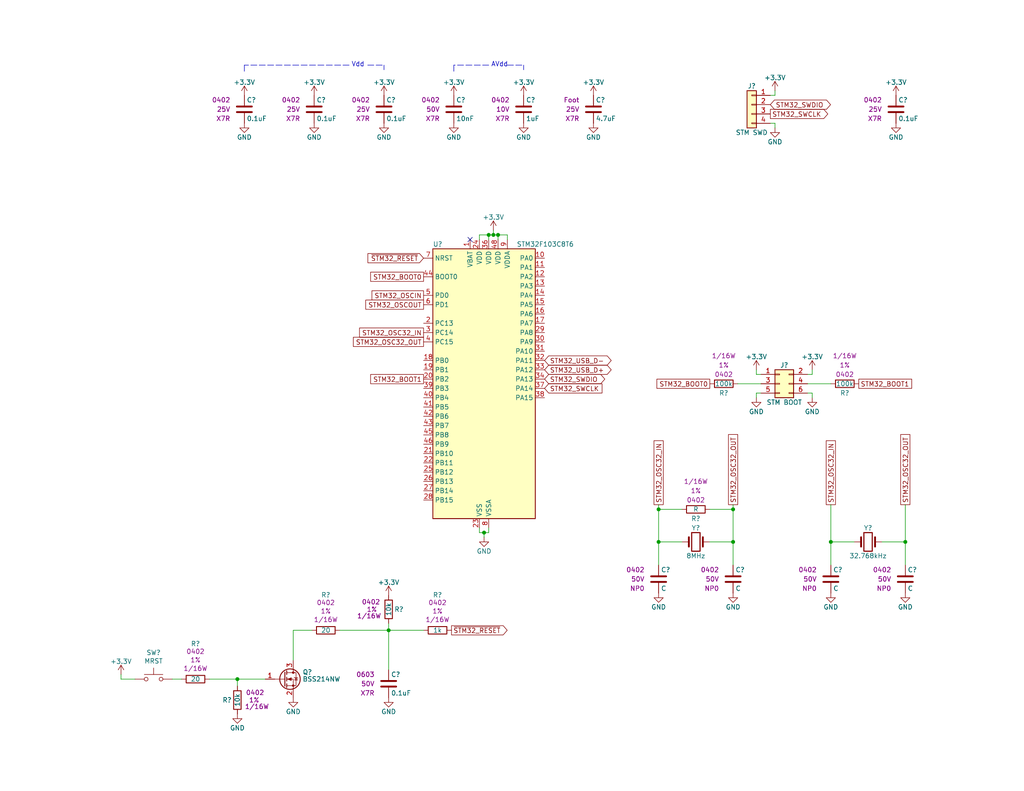
<source format=kicad_sch>
(kicad_sch (version 20230121) (generator eeschema)
  (paper "A")
  (title_block (title "USB MPD") (date "2024-02-06") (rev "PRELIM") (company "Drew Maatman"))
  (lib_symbols
    (symbol "Connector_Generic:Conn_01x04" (pin_names (offset 1.016) hide)
      (property "Reference" "J" (at 0 5.08 0))
      (property "Value" "Conn_01x04" (at 0 -7.62 0))
      (symbol "Conn_01x04_1_1"
        (rectangle (start -1.27 -4.953) (end 0 -5.207) (stroke (width 0.1524)))
        (rectangle (start -1.27 -2.413) (end 0 -2.667) (stroke (width 0.1524)))
        (rectangle (start -1.27 0.127) (end 0 -0.127) (stroke (width 0.1524)))
        (rectangle (start -1.27 2.667) (end 0 2.413) (stroke (width 0.1524)))
        (rectangle (start -1.27 3.81) (end 1.27 -6.35) (stroke (width 0.254)) (fill (type background)))
        (pin passive line (at -5.08 2.54 0) (length 3.81) (name "Pin_1") (number "1"))
        (pin passive line (at -5.08 0 0) (length 3.81) (name "Pin_2") (number "2"))
        (pin passive line (at -5.08 -2.54 0) (length 3.81) (name "Pin_3") (number "3"))
        (pin passive line (at -5.08 -5.08 0) (length 3.81) (name "Pin_4") (number "4"))
      )
    )
    (symbol "Connector_Generic:Conn_02x03_Odd_Even" (pin_names (offset 1.016) hide)
      (property "Reference" "J" (at 1.27 5.08 0))
      (property "Value" "Conn_02x03_Odd_Even" (at 1.27 -5.08 0))
      (symbol "Conn_02x03_Odd_Even_1_1"
        (rectangle (start -1.27 -2.413) (end 0 -2.667) (stroke (width 0.1524)))
        (rectangle (start -1.27 0.127) (end 0 -0.127) (stroke (width 0.1524)))
        (rectangle (start -1.27 2.667) (end 0 2.413) (stroke (width 0.1524)))
        (rectangle (start -1.27 3.81) (end 3.81 -3.81) (stroke (width 0.254)) (fill (type background)))
        (rectangle (start 3.81 -2.413) (end 2.54 -2.667) (stroke (width 0.1524)))
        (rectangle (start 3.81 0.127) (end 2.54 -0.127) (stroke (width 0.1524)))
        (rectangle (start 3.81 2.667) (end 2.54 2.413) (stroke (width 0.1524)))
        (pin passive line (at -5.08 2.54 0) (length 3.81) (name "Pin_1") (number "1"))
        (pin passive line (at 7.62 2.54 180) (length 3.81) (name "Pin_2") (number "2"))
        (pin passive line (at -5.08 0 0) (length 3.81) (name "Pin_3") (number "3"))
        (pin passive line (at 7.62 0 180) (length 3.81) (name "Pin_4") (number "4"))
        (pin passive line (at -5.08 -2.54 0) (length 3.81) (name "Pin_5") (number "5"))
        (pin passive line (at 7.62 -2.54 180) (length 3.81) (name "Pin_6") (number "6"))
      )
    )
    (symbol "Custom Library:C_Custom" (pin_numbers hide) (pin_names (offset 0.254))
      (property "Reference" "C" (at 0.635 2.54 0))
      (property "Value" "C_Custom" (at 0.635 -2.54 0))
      (property "display_footprint" "Foot" (at -3.81 2.54 0))
      (property "Voltage" "V" (at -3.81 0 0))
      (property "Dielectric" "Er" (at -3.81 -2.54 0))
      (symbol "C_Custom_0_1"
        (polyline (pts (xy -2.032 -0.762) (xy 2.032 -0.762)) (stroke (width 0.508)))
        (polyline (pts (xy -2.032 0.762) (xy 2.032 0.762)) (stroke (width 0.508)))
      )
      (symbol "C_Custom_1_1"
        (pin passive line (at 0 3.81 270) (length 2.794) (name "~") (number "1"))
        (pin passive line (at 0 -3.81 90) (length 2.794) (name "~") (number "2"))
      )
    )
    (symbol "Custom Library:R_Custom" (pin_numbers hide) (pin_names (offset 1.016) hide)
      (property "Reference" "R" (at -2.54 0 90))
      (property "Value" "R_Custom" (at 0 0 90))
      (property "display_footprint" "Foot" (at 2.54 0 90))
      (property "Tolerance" "Tol" (at 5.08 0 90))
      (property "Wattage" "W" (at 7.62 0 90))
      (symbol "R_Custom_0_1"
        (rectangle (start 1.016 2.54) (end -1.016 -2.54) (stroke (width 0.254)))
      )
      (symbol "R_Custom_1_1"
        (pin passive line (at 0 3.81 270) (length 1.27) (name "1") (number "1"))
        (pin passive line (at 0 -3.81 90) (length 1.27) (name "2") (number "2"))
      )
    )
    (symbol "Custom_Library:C_Custom" (pin_numbers hide) (pin_names (offset 0.254))
      (property "Reference" "C" (at 0.635 2.54 0))
      (property "Value" "Custom_Library_C_Custom" (at 0.635 -2.54 0))
      (property "display_footprint" "Foot" (at -3.81 2.54 0))
      (property "Voltage" "V" (at -3.81 0 0))
      (property "Dielectric" "Er" (at -3.81 -2.54 0))
      (symbol "C_Custom_0_1"
        (polyline (pts (xy -2.032 -0.762) (xy 2.032 -0.762)) (stroke (width 0.508)))
        (polyline (pts (xy -2.032 0.762) (xy 2.032 0.762)) (stroke (width 0.508)))
      )
      (symbol "C_Custom_1_1"
        (pin passive line (at 0 3.81 270) (length 2.794) (name "~") (number "1"))
        (pin passive line (at 0 -3.81 90) (length 2.794) (name "~") (number "2"))
      )
    )
    (symbol "Custom_Library:R_Custom" (pin_numbers hide) (pin_names (offset 1.016) hide)
      (property "Reference" "R" (at -2.54 0 90))
      (property "Value" "Custom_Library_R_Custom" (at 0 0 90))
      (property "display_footprint" "Foot" (at 2.54 0 90))
      (property "Tolerance" "Tol" (at 5.08 0 90))
      (property "Wattage" "W" (at 7.62 0 90))
      (symbol "R_Custom_0_1"
        (rectangle (start 1.016 2.54) (end -1.016 -2.54) (stroke (width 0.254)))
      )
      (symbol "R_Custom_1_1"
        (pin passive line (at 0 3.81 270) (length 1.27) (name "1") (number "1"))
        (pin passive line (at 0 -3.81 90) (length 1.27) (name "2") (number "2"))
      )
    )
    (symbol "Device:Crystal" (pin_numbers hide) (pin_names (offset 1.016) hide)
      (property "Reference" "Y" (at 0 3.81 0))
      (property "Value" "Crystal" (at 0 -3.81 0))
      (symbol "Crystal_0_1"
        (rectangle (start -1.143 2.54) (end 1.143 -2.54) (stroke (width 0.3048)))
        (polyline (pts (xy -2.54 0) (xy -1.905 0)))
        (polyline (pts (xy -1.905 -1.27) (xy -1.905 1.27)) (stroke (width 0.508)))
        (polyline (pts (xy 1.905 -1.27) (xy 1.905 1.27)) (stroke (width 0.508)))
        (polyline (pts (xy 2.54 0) (xy 1.905 0)))
      )
      (symbol "Crystal_1_1"
        (pin passive line (at -3.81 0 0) (length 1.27) (name "1") (number "1"))
        (pin passive line (at 3.81 0 180) (length 1.27) (name "2") (number "2"))
      )
    )
    (symbol "MCU_ST_STM32F1:STM32F103C8Tx"
      (property "Reference" "U" (at -12.7 39.37 0))
      (property "Value" "STM32F103C8Tx" (at 10.16 39.37 0))
      (symbol "STM32F103C8Tx_0_1"
        (rectangle (start -12.7 -35.56) (end 15.24 38.1) (stroke (width 0.254)) (fill (type background)))
      )
      (symbol "STM32F103C8Tx_1_1"
        (pin power_in line (at -2.54 40.64 270) (length 2.54) (name "VBAT") (number "1"))
        (pin bidirectional line (at 17.78 35.56 180) (length 2.54) (name "PA0") (number "10"))
        (pin bidirectional line (at 17.78 33.02 180) (length 2.54) (name "PA1") (number "11"))
        (pin bidirectional line (at 17.78 30.48 180) (length 2.54) (name "PA2") (number "12"))
        (pin bidirectional line (at 17.78 27.94 180) (length 2.54) (name "PA3") (number "13"))
        (pin bidirectional line (at 17.78 25.4 180) (length 2.54) (name "PA4") (number "14"))
        (pin bidirectional line (at 17.78 22.86 180) (length 2.54) (name "PA5") (number "15"))
        (pin bidirectional line (at 17.78 20.32 180) (length 2.54) (name "PA6") (number "16"))
        (pin bidirectional line (at 17.78 17.78 180) (length 2.54) (name "PA7") (number "17"))
        (pin bidirectional line (at -15.24 7.62 0) (length 2.54) (name "PB0") (number "18"))
        (pin bidirectional line (at -15.24 5.08 0) (length 2.54) (name "PB1") (number "19"))
        (pin bidirectional line (at -15.24 17.78 0) (length 2.54) (name "PC13") (number "2"))
        (pin bidirectional line (at -15.24 2.54 0) (length 2.54) (name "PB2") (number "20"))
        (pin bidirectional line (at -15.24 -17.78 0) (length 2.54) (name "PB10") (number "21"))
        (pin bidirectional line (at -15.24 -20.32 0) (length 2.54) (name "PB11") (number "22"))
        (pin power_in line (at 0 -38.1 90) (length 2.54) (name "VSS") (number "23"))
        (pin power_in line (at 0 40.64 270) (length 2.54) (name "VDD") (number "24"))
        (pin bidirectional line (at -15.24 -22.86 0) (length 2.54) (name "PB12") (number "25"))
        (pin bidirectional line (at -15.24 -25.4 0) (length 2.54) (name "PB13") (number "26"))
        (pin bidirectional line (at -15.24 -27.94 0) (length 2.54) (name "PB14") (number "27"))
        (pin bidirectional line (at -15.24 -30.48 0) (length 2.54) (name "PB15") (number "28"))
        (pin bidirectional line (at 17.78 15.24 180) (length 2.54) (name "PA8") (number "29"))
        (pin bidirectional line (at -15.24 15.24 0) (length 2.54) (name "PC14") (number "3"))
        (pin bidirectional line (at 17.78 12.7 180) (length 2.54) (name "PA9") (number "30"))
        (pin bidirectional line (at 17.78 10.16 180) (length 2.54) (name "PA10") (number "31"))
        (pin bidirectional line (at 17.78 7.62 180) (length 2.54) (name "PA11") (number "32"))
        (pin bidirectional line (at 17.78 5.08 180) (length 2.54) (name "PA12") (number "33"))
        (pin bidirectional line (at 17.78 2.54 180) (length 2.54) (name "PA13") (number "34"))
        (pin passive line (at 0 -38.1 90) (length 2.54) hide (name "VSS") (number "35"))
        (pin power_in line (at 2.54 40.64 270) (length 2.54) (name "VDD") (number "36"))
        (pin bidirectional line (at 17.78 0 180) (length 2.54) (name "PA14") (number "37"))
        (pin bidirectional line (at 17.78 -2.54 180) (length 2.54) (name "PA15") (number "38"))
        (pin bidirectional line (at -15.24 0 0) (length 2.54) (name "PB3") (number "39"))
        (pin bidirectional line (at -15.24 12.7 0) (length 2.54) (name "PC15") (number "4"))
        (pin bidirectional line (at -15.24 -2.54 0) (length 2.54) (name "PB4") (number "40"))
        (pin bidirectional line (at -15.24 -5.08 0) (length 2.54) (name "PB5") (number "41"))
        (pin bidirectional line (at -15.24 -7.62 0) (length 2.54) (name "PB6") (number "42"))
        (pin bidirectional line (at -15.24 -10.16 0) (length 2.54) (name "PB7") (number "43"))
        (pin input line (at -15.24 30.48 0) (length 2.54) (name "BOOT0") (number "44"))
        (pin bidirectional line (at -15.24 -12.7 0) (length 2.54) (name "PB8") (number "45"))
        (pin bidirectional line (at -15.24 -15.24 0) (length 2.54) (name "PB9") (number "46"))
        (pin passive line (at 0 -38.1 90) (length 2.54) hide (name "VSS") (number "47"))
        (pin power_in line (at 5.08 40.64 270) (length 2.54) (name "VDD") (number "48"))
        (pin bidirectional line (at -15.24 25.4 0) (length 2.54) (name "PD0") (number "5"))
        (pin bidirectional line (at -15.24 22.86 0) (length 2.54) (name "PD1") (number "6"))
        (pin input line (at -15.24 35.56 0) (length 2.54) (name "NRST") (number "7"))
        (pin power_in line (at 2.54 -38.1 90) (length 2.54) (name "VSSA") (number "8"))
        (pin power_in line (at 7.62 40.64 270) (length 2.54) (name "VDDA") (number "9"))
      )
    )
    (symbol "Switch:SW_Push" (pin_numbers hide) (pin_names (offset 1.016) hide)
      (property "Reference" "SW" (at 1.27 2.54 0))
      (property "Value" "SW_Push" (at 0 -1.524 0))
      (symbol "SW_Push_0_1"
        (circle (center -2.032 0) (radius 0.508))
        (polyline (pts (xy 0 1.27) (xy 0 3.048)))
        (polyline (pts (xy 2.54 1.27) (xy -2.54 1.27)))
        (circle (center 2.032 0) (radius 0.508))
        (pin passive line (at -5.08 0 0) (length 2.54) (name "1") (number "1"))
        (pin passive line (at 5.08 0 180) (length 2.54) (name "2") (number "2"))
      )
    )
    (symbol "Transistor_FET:BSS214NW" (pin_names hide)
      (property "Reference" "Q" (at 5.08 1.905 0))
      (property "Value" "BSS214NW" (at 5.08 0 0))
      (symbol "BSS214NW_0_1"
        (polyline (pts (xy 0.254 0) (xy -2.54 0)))
        (polyline (pts (xy 0.254 1.905) (xy 0.254 -1.905)) (stroke (width 0.254)))
        (polyline (pts (xy 0.762 -1.27) (xy 0.762 -2.286)) (stroke (width 0.254)))
        (polyline (pts (xy 0.762 0.508) (xy 0.762 -0.508)) (stroke (width 0.254)))
        (polyline (pts (xy 0.762 2.286) (xy 0.762 1.27)) (stroke (width 0.254)))
        (polyline (pts (xy 2.54 2.54) (xy 2.54 1.778)))
        (polyline (pts (xy 2.54 -2.54) (xy 2.54 0) (xy 0.762 0)))
        (polyline (pts (xy 0.762 -1.778) (xy 3.302 -1.778) (xy 3.302 1.778) (xy 0.762 1.778)))
        (polyline (pts (xy 1.016 0) (xy 2.032 0.381) (xy 2.032 -0.381) (xy 1.016 0)) (fill (type outline)))
        (polyline (pts (xy 2.794 0.508) (xy 2.921 0.381) (xy 3.683 0.381) (xy 3.81 0.254)))
        (polyline (pts (xy 3.302 0.381) (xy 2.921 -0.254) (xy 3.683 -0.254) (xy 3.302 0.381)))
        (circle (center 1.651 0) (radius 2.794) (stroke (width 0.254)))
        (circle (center 2.54 -1.778) (radius 0.254) (fill (type outline)))
        (circle (center 2.54 1.778) (radius 0.254) (fill (type outline)))
      )
      (symbol "BSS214NW_1_1"
        (pin input line (at -5.08 0 0) (length 2.54) (name "G") (number "1"))
        (pin passive line (at 2.54 -5.08 90) (length 2.54) (name "S") (number "2"))
        (pin passive line (at 2.54 5.08 270) (length 2.54) (name "D") (number "3"))
      )
    )
    (symbol "power:+3.3V" (power) (pin_names (offset 0))
      (property "Value" "+3.3V" (at 0 3.556 0))
      (symbol "+3.3V_0_1"
        (polyline (pts (xy -0.762 1.27) (xy 0 2.54)))
        (polyline (pts (xy 0 0) (xy 0 2.54)))
        (polyline (pts (xy 0 2.54) (xy 0.762 1.27)))
      )
      (symbol "+3.3V_1_1"
        (pin power_in line (at 0 0 90) (length 0) hide (name "+3.3V") (number "1"))
      )
    )
    (symbol "power:GND" (power) (pin_names (offset 0))
      (property "Value" "GND" (at 0 -3.81 0))
      (symbol "GND_0_1"
        (polyline (pts (xy 0 0) (xy 0 -1.27) (xy 1.27 -1.27) (xy 0 -2.54) (xy -1.27 -1.27) (xy 0 -1.27)))
      )
      (symbol "GND_1_1"
        (pin power_in line (at 0 0 270) (length 0) hide (name "GND") (number "1"))
      )
    )
  )
  (junction (at 179.705 139.065))
  (junction (at 247.015 147.955))
  (junction (at 135.89 64.135))
  (junction (at 134.62 64.135))
  (junction (at 179.705 147.955))
  (junction (at 200.025 139.065))
  (junction (at 200.025 147.955))
  (junction (at 226.695 147.955))
  (junction (at 133.35 64.135))
  (junction (at 106.045 172.085))
  (junction (at 64.77 185.42))
  (junction (at 132.08 145.415))
  (no_connect (at 128.27 65.405))
  (wire (pts (xy 132.08 145.415) (xy 133.35 145.415)))
  (wire (pts (xy 135.89 64.135) (xy 138.43 64.135)))
  (wire (pts (xy 221.615 107.315) (xy 220.345 107.315)))
  (wire (pts (xy 92.71 172.085) (xy 106.045 172.085)))
  (polyline (pts (xy 66.675 17.78) (xy 66.675 19.685)) (stroke (width 0) (type dash)))
  (wire (pts (xy 206.375 102.235) (xy 207.645 102.235)))
  (wire (pts (xy 200.025 139.065) (xy 200.025 147.955)))
  (wire (pts (xy 80.01 180.34) (xy 80.01 172.085)))
  (wire (pts (xy 133.35 64.135) (xy 133.35 65.405)))
  (wire (pts (xy 179.705 147.955) (xy 179.705 154.305)))
  (wire (pts (xy 130.81 64.135) (xy 130.81 65.405)))
  (wire (pts (xy 221.615 102.235) (xy 220.345 102.235)))
  (wire (pts (xy 134.62 64.135) (xy 133.35 64.135)))
  (wire (pts (xy 179.705 139.065) (xy 179.705 147.955)))
  (wire (pts (xy 221.615 100.965) (xy 221.615 102.235)))
  (wire (pts (xy 221.615 108.585) (xy 221.615 107.315)))
  (wire (pts (xy 135.89 64.135) (xy 135.89 65.405)))
  (wire (pts (xy 247.015 147.955) (xy 240.665 147.955)))
  (wire (pts (xy 200.025 137.795) (xy 200.025 139.065)))
  (wire (pts (xy 134.62 64.135) (xy 135.89 64.135)))
  (wire (pts (xy 33.02 184.15) (xy 33.02 185.42)))
  (wire (pts (xy 211.455 26.035) (xy 210.185 26.035)))
  (wire (pts (xy 206.375 100.965) (xy 206.375 102.235)))
  (wire (pts (xy 80.01 172.085) (xy 85.09 172.085)))
  (polyline (pts (xy 142.875 17.78) (xy 142.875 19.05)) (stroke (width 0) (type dash)))
  (wire (pts (xy 211.455 24.765) (xy 211.455 26.035)))
  (wire (pts (xy 200.025 147.955) (xy 193.675 147.955)))
  (wire (pts (xy 72.39 185.42) (xy 64.77 185.42)))
  (polyline (pts (xy 104.775 17.78) (xy 104.775 19.05)) (stroke (width 0) (type dash)))
  (wire (pts (xy 115.57 172.085) (xy 106.045 172.085)))
  (wire (pts (xy 106.045 182.88) (xy 106.045 172.085)))
  (wire (pts (xy 201.295 104.775) (xy 207.645 104.775)))
  (wire (pts (xy 211.455 33.655) (xy 210.185 33.655)))
  (wire (pts (xy 226.695 137.795) (xy 226.695 147.955)))
  (wire (pts (xy 226.695 104.775) (xy 220.345 104.775)))
  (wire (pts (xy 211.455 34.925) (xy 211.455 33.655)))
  (polyline (pts (xy 123.825 17.78) (xy 123.825 19.685)) (stroke (width 0) (type dash)))
  (wire (pts (xy 133.35 145.415) (xy 133.35 144.145)))
  (wire (pts (xy 247.015 137.795) (xy 247.015 147.955)))
  (polyline (pts (xy 138.43 17.78) (xy 142.875 17.78)) (stroke (width 0) (type dash)))
  (wire (pts (xy 33.02 185.42) (xy 36.83 185.42)))
  (wire (pts (xy 64.77 185.42) (xy 57.15 185.42)))
  (wire (pts (xy 193.675 139.065) (xy 200.025 139.065)))
  (wire (pts (xy 132.08 145.415) (xy 130.81 145.415)))
  (wire (pts (xy 186.055 139.065) (xy 179.705 139.065)))
  (wire (pts (xy 138.43 64.135) (xy 138.43 65.405)))
  (wire (pts (xy 179.705 137.795) (xy 179.705 139.065)))
  (polyline (pts (xy 100.33 17.78) (xy 104.775 17.78)) (stroke (width 0) (type dash)))
  (wire (pts (xy 186.055 147.955) (xy 179.705 147.955)))
  (wire (pts (xy 247.015 147.955) (xy 247.015 154.305)))
  (wire (pts (xy 133.35 64.135) (xy 130.81 64.135)))
  (polyline (pts (xy 95.25 17.78) (xy 66.675 17.78)) (stroke (width 0) (type dash)))
  (wire (pts (xy 206.375 107.315) (xy 206.375 108.585)))
  (wire (pts (xy 132.08 146.685) (xy 132.08 145.415)))
  (wire (pts (xy 200.025 147.955) (xy 200.025 154.305)))
  (wire (pts (xy 233.045 147.955) (xy 226.695 147.955)))
  (polyline (pts (xy 133.35 17.78) (xy 123.825 17.78)) (stroke (width 0) (type dash)))
  (wire (pts (xy 106.045 170.18) (xy 106.045 172.085)))
  (wire (pts (xy 134.62 62.865) (xy 134.62 64.135)))
  (wire (pts (xy 207.645 107.315) (xy 206.375 107.315)))
  (wire (pts (xy 226.695 147.955) (xy 226.695 154.305)))
  (wire (pts (xy 130.81 144.145) (xy 130.81 145.415)))
  (wire (pts (xy 49.53 185.42) (xy 46.99 185.42)))
  (wire (pts (xy 64.77 187.325) (xy 64.77 185.42)))
  (text "AVdd" (at 133.985 18.415 0) (effects (font (size 1.27 1.27)) (justify left bottom)))
  (text "Vdd" (at 95.885 18.415 0) (effects (font (size 1.27 1.27)) (justify left bottom)))
  (global_label "STM32_OSCIN" (shape passive) (at 115.57 80.645 180) (property "Intersheetrefs" "${INTERSHEET_REFS}" (effects hide)))
  (global_label "STM32_OSCOUT" (shape passive) (at 115.57 83.185 180) (property "Intersheetrefs" "${INTERSHEET_REFS}" (effects hide)))
  (global_label "STM32_OSC32_IN" (shape passive) (at 179.705 137.795 90) (property "Intersheetrefs" "${INTERSHEET_REFS}" (effects hide)))
  (global_label "STM32_SWCLK" (shape input) (at 148.59 106.045 0) (property "Intersheetrefs" "${INTERSHEET_REFS}" (effects hide)))
  (global_label "STM32_USB_D-" (shape bidirectional) (at 148.59 98.425 0) (property "Intersheetrefs" "${INTERSHEET_REFS}" (effects hide)))
  (global_label "STM32_BOOT1" (shape passive) (at 234.315 104.775 0) (property "Intersheetrefs" "${INTERSHEET_REFS}" (effects hide)))
  (global_label "STM32_OSC32_OUT" (shape passive) (at 200.025 137.795 90) (property "Intersheetrefs" "${INTERSHEET_REFS}" (effects hide)))
  (global_label "STM32_SWCLK" (shape output) (at 210.185 31.115 0) (property "Intersheetrefs" "${INTERSHEET_REFS}" (effects hide)))
  (global_label "STM32_BOOT0" (shape passive) (at 115.57 75.565 180) (property "Intersheetrefs" "${INTERSHEET_REFS}" (effects hide)))
  (global_label "STM32_OSC32_IN" (shape passive) (at 226.695 137.795 90) (property "Intersheetrefs" "${INTERSHEET_REFS}" (effects hide)))
  (global_label "~{STM32_RESET}" (shape input) (at 115.57 70.485 180) (property "Intersheetrefs" "${INTERSHEET_REFS}" (effects hide)))
  (global_label "STM32_BOOT1" (shape passive) (at 115.57 103.505 180) (property "Intersheetrefs" "${INTERSHEET_REFS}" (effects hide)))
  (global_label "STM32_SWDIO" (shape bidirectional) (at 210.185 28.575 0) (property "Intersheetrefs" "${INTERSHEET_REFS}" (effects hide)))
  (global_label "STM32_OSC32_OUT" (shape passive) (at 247.015 137.795 90) (property "Intersheetrefs" "${INTERSHEET_REFS}" (effects hide)))
  (global_label "STM32_BOOT0" (shape passive) (at 193.675 104.775 180) (property "Intersheetrefs" "${INTERSHEET_REFS}" (effects hide)))
  (global_label "STM32_USB_D+" (shape bidirectional) (at 148.59 100.965 0) (property "Intersheetrefs" "${INTERSHEET_REFS}" (effects hide)))
  (global_label "STM32_OSC32_IN" (shape passive) (at 115.57 90.805 180) (property "Intersheetrefs" "${INTERSHEET_REFS}" (effects hide)))
  (global_label "STM32_SWDIO" (shape bidirectional) (at 148.59 103.505 0) (property "Intersheetrefs" "${INTERSHEET_REFS}" (effects hide)))
  (global_label "STM32_OSC32_OUT" (shape passive) (at 115.57 93.345 180) (property "Intersheetrefs" "${INTERSHEET_REFS}" (effects hide)))
  (global_label "~{STM32_RESET}" (shape output) (at 123.19 172.085 0) (property "Intersheetrefs" "${INTERSHEET_REFS}" (effects hide)))
  (symbol (lib_id "Custom_Library:R_Custom") (at 64.77 191.135 0) (unit 1)
    (property "Reference" "R?" (at 63.246 191.135 0) (effects (justify right)))
    (property "Value" "10k" (at 64.77 191.135 90))
    (property "display_footprint" "0402" (at 69.596 189.103 0))
    (property "Tolerance" "1%" (at 69.342 191.135 0))
    (property "Wattage" "1/16W" (at 70.104 192.913 0))
    (instances (project "Analog_Clock" (path "" (reference "R?") (unit 1)) (path "" (reference "R?") (unit 1)) (path "" (reference "R?") (unit 1)) (path "" (reference "R?") (unit 1)) (path "" (reference "R?") (unit 1)) (path "" (reference "R?") (unit 1)) (path "" (reference "R?") (unit 1)) (path "" (reference "R?") (unit 1)) (path "" (reference "R?") (unit 1))) (project "Nixie_Clock_Core" (path "" (reference "R802") (unit 1))) (project "USB_MPD_Switches" (path "" (reference "R?") (unit 1))))
  )
  (symbol (lib_id "power:+3.3V") (at 33.02 184.15 0) (unit 1)
    (property "Reference" "#PWR?" (effects hide))
    (property "Value" "+3.3V" (at 33.02 180.594 0))
    (instances (project "Analog_Clock" (path "" (reference "#PWR?") (unit 1))) (project "Nixie_Clock_Core" (path "" (reference "#PWR0801") (unit 1))) (project "USB_MPD_Switches" (path "" (reference "#PWR0227") (unit 1))))
  )
  (symbol (lib_id "Custom Library:C_Custom") (at 66.675 29.845 0) (unit 1)
    (property "Reference" "C?" (at 67.31 27.305 0) (effects (justify left)))
    (property "Value" "0.1uF" (at 67.31 32.385 0) (effects (justify left)))
    (property "display_footprint" "0402" (at 62.865 27.305 0) (effects (justify right)))
    (property "Voltage" "25V" (at 62.865 29.845 0) (effects (justify right)))
    (property "Dielectric" "X7R" (at 62.865 32.385 0) (effects (justify right)))
    (property "Digi-Key PN" "PN" (effects hide))
  )
  (symbol (lib_id "Connector_Generic:Conn_02x03_Odd_Even") (at 212.725 104.775 0) (unit 1)
    (property "Reference" "J?" (at 213.995 99.695 0))
    (property "Value" "STM BOOT" (at 213.995 109.855 0))
  )
  (symbol (lib_id "Custom Library:C_Custom") (at 104.775 29.845 0) (unit 1)
    (property "Reference" "C?" (at 105.41 27.305 0) (effects (justify left)))
    (property "Value" "0.1uF" (at 105.41 32.385 0) (effects (justify left)))
    (property "display_footprint" "0402" (at 100.965 27.305 0) (effects (justify right)))
    (property "Voltage" "25V" (at 100.965 29.845 0) (effects (justify right)))
    (property "Dielectric" "X7R" (at 100.965 32.385 0) (effects (justify right)))
    (property "Digi-Key PN" "PN" (effects hide))
  )
  (symbol (lib_id "Custom Library:C_Custom") (at 85.725 29.845 0) (unit 1)
    (property "Reference" "C?" (at 86.36 27.305 0) (effects (justify left)))
    (property "Value" "0.1uF" (at 86.36 32.385 0) (effects (justify left)))
    (property "display_footprint" "0402" (at 81.915 27.305 0) (effects (justify right)))
    (property "Voltage" "25V" (at 81.915 29.845 0) (effects (justify right)))
    (property "Dielectric" "X7R" (at 81.915 32.385 0) (effects (justify right)))
    (property "Digi-Key PN" "PN" (effects hide))
  )
  (symbol (lib_id "power:+3.3V") (at 85.725 26.035 0) (unit 1)
    (property "Reference" "#PWR0205" (effects hide))
    (property "Value" "+3.3V" (at 85.725 22.479 0))
  )
  (symbol (lib_id "Custom Library:C_Custom") (at 179.705 158.115 0) (unit 1)
    (property "Reference" "C?" (at 180.34 155.575 0) (effects (justify left)))
    (property "Value" "C" (at 180.34 160.655 0) (effects (justify left)))
    (property "display_footprint" "0402" (at 175.895 155.575 0) (effects (justify right)))
    (property "Voltage" "50V" (at 175.895 158.115 0) (effects (justify right)))
    (property "Dielectric" "NP0" (at 175.895 160.655 0) (effects (justify right)))
    (property "Digi-Key PN" "PN" (effects hide))
  )
  (symbol (lib_id "Custom Library:C_Custom") (at 200.025 158.115 0) (unit 1)
    (property "Reference" "C?" (at 200.66 155.575 0) (effects (justify left)))
    (property "Value" "C" (at 200.66 160.655 0) (effects (justify left)))
    (property "display_footprint" "0402" (at 196.215 155.575 0) (effects (justify right)))
    (property "Voltage" "50V" (at 196.215 158.115 0) (effects (justify right)))
    (property "Dielectric" "NP0" (at 196.215 160.655 0) (effects (justify right)))
    (property "Digi-Key PN" "PN" (effects hide))
  )
  (symbol (lib_id "power:GND") (at 244.475 33.655 0) (unit 1)
    (property "Reference" "#PWR0226" (effects hide))
    (property "Value" "GND" (at 244.475 37.465 0))
  )
  (symbol (lib_id "power:GND") (at 200.025 161.925 0) (unit 1)
    (property "Reference" "#PWR0220" (effects hide))
    (property "Value" "GND" (at 200.025 165.735 0))
  )
  (symbol (lib_id "power:+3.3V") (at 66.675 26.035 0) (unit 1)
    (property "Reference" "#PWR0203" (effects hide))
    (property "Value" "+3.3V" (at 66.675 22.479 0))
  )
  (symbol (lib_id "power:GND") (at 161.925 33.655 0) (unit 1)
    (property "Reference" "#PWR0212" (effects hide))
    (property "Value" "GND" (at 161.925 37.465 0))
  )
  (symbol (lib_id "power:+3.3V") (at 211.455 24.765 0) (unit 1)
    (property "Reference" "#PWR0224" (effects hide))
    (property "Value" "+3.3V" (at 211.455 21.209 0))
  )
  (symbol (lib_id "Custom Library:R_Custom") (at 230.505 104.775 270) (mirror x) (unit 1)
    (property "Reference" "R?" (at 230.505 107.315 90))
    (property "Value" "100k" (at 230.505 104.775 90))
    (property "display_footprint" "0402" (at 230.505 102.235 90))
    (property "Tolerance" "1%" (at 230.505 99.695 90))
    (property "Wattage" "1/16W" (at 230.505 97.155 90))
  )
  (symbol (lib_id "power:GND") (at 104.775 33.655 0) (unit 1)
    (property "Reference" "#PWR0208" (effects hide))
    (property "Value" "GND" (at 104.775 37.465 0))
  )
  (symbol (lib_id "Custom Library:C_Custom") (at 244.475 29.845 0) (unit 1)
    (property "Reference" "C?" (at 245.11 27.305 0) (effects (justify left)))
    (property "Value" "0.1uF" (at 245.11 32.385 0) (effects (justify left)))
    (property "display_footprint" "0402" (at 240.665 27.305 0) (effects (justify right)))
    (property "Voltage" "25V" (at 240.665 29.845 0) (effects (justify right)))
    (property "Dielectric" "X7R" (at 240.665 32.385 0) (effects (justify right)))
    (property "Digi-Key PN" "PN" (effects hide))
  )
  (symbol (lib_id "Custom Library:C_Custom") (at 161.925 29.845 0) (unit 1)
    (property "Reference" "C?" (at 162.56 27.305 0) (effects (justify left)))
    (property "Value" "4.7uF" (at 162.56 32.385 0) (effects (justify left)))
    (property "display_footprint" "Foot" (at 158.115 27.305 0) (effects (justify right)))
    (property "Voltage" "25V" (at 158.115 29.845 0) (effects (justify right)))
    (property "Dielectric" "X7R" (at 158.115 32.385 0) (effects (justify right)))
    (property "Digi-Key PN" "PN" (effects hide))
  )
  (symbol (lib_id "Connector_Generic:Conn_01x04") (at 205.105 28.575 0) (mirror y) (unit 1)
    (property "Reference" "J?" (at 205.105 23.495 0))
    (property "Value" "STM SWD" (at 205.105 36.195 0))
  )
  (symbol (lib_id "Custom Library:C_Custom") (at 247.015 158.115 0) (unit 1)
    (property "Reference" "C?" (at 247.65 155.575 0) (effects (justify left)))
    (property "Value" "C" (at 247.65 160.655 0) (effects (justify left)))
    (property "display_footprint" "0402" (at 243.205 155.575 0) (effects (justify right)))
    (property "Voltage" "50V" (at 243.205 158.115 0) (effects (justify right)))
    (property "Dielectric" "NP0" (at 243.205 160.655 0) (effects (justify right)))
    (property "Digi-Key PN" "PN" (effects hide))
  )
  (symbol (lib_id "Custom Library:C_Custom") (at 226.695 158.115 0) (unit 1)
    (property "Reference" "C?" (at 227.33 155.575 0) (effects (justify left)))
    (property "Value" "C" (at 227.33 160.655 0) (effects (justify left)))
    (property "display_footprint" "0402" (at 222.885 155.575 0) (effects (justify right)))
    (property "Voltage" "50V" (at 222.885 158.115 0) (effects (justify right)))
    (property "Dielectric" "NP0" (at 222.885 160.655 0) (effects (justify right)))
    (property "Digi-Key PN" "PN" (effects hide))
  )
  (symbol (lib_id "Transistor_FET:BSS214NW") (at 77.47 185.42 0) (unit 1)
    (property "Reference" "Q?" (at 82.55 183.515 0) (effects (justify left)))
    (property "Value" "BSS214NW" (at 82.55 185.42 0) (effects (justify left)))
    (property "Footprint" "Package_TO_SOT_SMD:SOT-323_SC-70" (effects hide))
    (property "Datasheet" "https://www.infineon.com/dgdl/Infineon-BSS214NW-DS-v02_02-en.pdf?fileId=db3a30431b3e89eb011b695aebc01bde" (effects hide))
    (property "Digi-Key PN" "BSS214NWH6327XTSA1CT-ND" (effects hide))
    (instances (project "Analog_Clock" (path "" (reference "Q?") (unit 1))) (project "Nixie_Clock_Core" (path "" (reference "Q801") (unit 1))) (project "USB_MPD_Switches" (path "" (reference "Q?") (unit 1))))
  )
  (symbol (lib_id "power:GND") (at 132.08 146.685 0) (unit 1)
    (property "Reference" "#PWR0201" (effects hide))
    (property "Value" "GND" (at 132.08 150.495 0))
  )
  (symbol (lib_id "Custom Library:C_Custom") (at 123.825 29.845 0) (unit 1)
    (property "Reference" "C?" (at 124.46 27.305 0) (effects (justify left)))
    (property "Value" "10nF" (at 124.46 32.385 0) (effects (justify left)))
    (property "display_footprint" "0402" (at 120.015 27.305 0) (effects (justify right)))
    (property "Voltage" "50V" (at 120.015 29.845 0) (effects (justify right)))
    (property "Dielectric" "X7R" (at 120.015 32.385 0) (effects (justify right)))
    (property "Digi-Key PN" "PN" (effects hide))
  )
  (symbol (lib_id "power:GND") (at 221.615 108.585 0) (unit 1)
    (property "Reference" "#PWR0216" (effects hide))
    (property "Value" "GND" (at 221.615 112.395 0))
  )
  (symbol (lib_id "power:+3.3V") (at 206.375 100.965 0) (unit 1)
    (property "Reference" "#PWR0217" (effects hide))
    (property "Value" "+3.3V" (at 206.375 97.409 0))
  )
  (symbol (lib_id "power:GND") (at 226.695 161.925 0) (unit 1)
    (property "Reference" "#PWR0221" (effects hide))
    (property "Value" "GND" (at 226.695 165.735 0))
  )
  (symbol (lib_id "power:GND") (at 142.875 33.655 0) (unit 1)
    (property "Reference" "#PWR0214" (effects hide))
    (property "Value" "GND" (at 142.875 37.465 0))
  )
  (symbol (lib_id "power:+3.3V") (at 161.925 26.035 0) (unit 1)
    (property "Reference" "#PWR0211" (effects hide))
    (property "Value" "+3.3V" (at 161.925 22.479 0))
  )
  (symbol (lib_id "power:GND") (at 106.045 190.5 0) (unit 1)
    (property "Reference" "#PWR?" (effects hide))
    (property "Value" "GND" (at 106.045 194.31 0))
    (instances (project "Analog_Clock" (path "" (reference "#PWR?") (unit 1))) (project "Nixie_Clock_Core" (path "" (reference "#PWR0806") (unit 1))) (project "USB_MPD_Switches" (path "" (reference "#PWR0231") (unit 1))))
  )
  (symbol (lib_id "Custom_Library:C_Custom") (at 106.045 186.69 0) (unit 1)
    (property "Reference" "C?" (at 106.68 184.15 0) (effects (justify left)))
    (property "Value" "0.1uF" (at 106.68 189.23 0) (effects (justify left)))
    (property "display_footprint" "0603" (at 102.235 184.15 0) (effects (justify right)))
    (property "Voltage" "50V" (at 102.235 186.69 0) (effects (justify right)))
    (property "Dielectric" "X7R" (at 102.235 189.23 0) (effects (justify right)))
    (property "Digi-Key PN" "1276-1935-1-ND" (effects hide))
    (instances (project "Analog_Clock" (path "" (reference "C?") (unit 1))) (project "Nixie_Clock_Core" (path "" (reference "C801") (unit 1))) (project "USB_MPD_Switches" (path "" (reference "C?") (unit 1))))
  )
  (symbol (lib_id "Custom_Library:R_Custom") (at 119.38 172.085 90) (unit 1)
    (property "Reference" "R?" (at 119.38 162.433 90))
    (property "Value" "1k" (at 119.38 172.085 90))
    (property "Footprint" "Resistors_SMD:R_0402" (effects hide))
    (property "display_footprint" "0402" (at 119.38 164.5412 90))
    (property "Tolerance" "1%" (at 119.38 166.8526 90))
    (property "Wattage" "1/16W" (at 119.38 169.164 90))
    (instances (project "Analog_Clock" (path "" (reference "R?") (unit 1))) (project "USB_MPD_Switches" (path "" (reference "R?") (unit 1)) (path "" (reference "R?") (unit 1))) (project "USB_Hub" (path "" (reference "R1401") (unit 1))))
  )
  (symbol (lib_id "power:GND") (at 179.705 161.925 0) (unit 1)
    (property "Reference" "#PWR0219" (effects hide))
    (property "Value" "GND" (at 179.705 165.735 0))
  )
  (symbol (lib_id "Custom_Library:R_Custom") (at 88.9 172.085 90) (unit 1)
    (property "Reference" "R?" (at 88.9 162.433 90))
    (property "Value" "20" (at 88.9 172.085 90))
    (property "Footprint" "Resistors_SMD:R_0402" (effects hide))
    (property "display_footprint" "0402" (at 88.9 164.5412 90))
    (property "Tolerance" "1%" (at 88.9 166.8526 90))
    (property "Wattage" "1/16W" (at 88.9 169.164 90))
    (instances (project "Analog_Clock" (path "" (reference "R?") (unit 1))) (project "USB_MPD_Switches" (path "" (reference "R?") (unit 1)) (path "" (reference "R?") (unit 1))) (project "USB_Hub" (path "" (reference "R1401") (unit 1))))
  )
  (symbol (lib_id "power:+3.3V") (at 106.045 162.56 0) (unit 1)
    (property "Reference" "#PWR?" (effects hide))
    (property "Value" "+3.3V" (at 106.045 159.004 0))
    (instances (project "Analog_Clock" (path "" (reference "#PWR?") (unit 1))) (project "Nixie_Clock_Core" (path "" (reference "#PWR0805") (unit 1))) (project "USB_MPD_Switches" (path "" (reference "#PWR0230") (unit 1))))
  )
  (symbol (lib_id "Device:Crystal") (at 189.865 147.955 0) (unit 1)
    (property "Reference" "Y?" (at 189.865 144.145 0))
    (property "Value" "8MHz" (at 189.865 151.765 0))
  )
  (symbol (lib_id "Custom_Library:R_Custom") (at 106.045 166.37 0) (mirror y) (unit 1)
    (property "Reference" "R?" (at 107.569 166.37 0) (effects (justify right)))
    (property "Value" "10k" (at 106.045 166.37 90))
    (property "display_footprint" "0402" (at 101.219 164.338 0))
    (property "Tolerance" "1%" (at 101.473 166.37 0))
    (property "Wattage" "1/16W" (at 100.711 168.148 0))
    (instances (project "Analog_Clock" (path "" (reference "R?") (unit 1)) (path "" (reference "R?") (unit 1)) (path "" (reference "R?") (unit 1)) (path "" (reference "R?") (unit 1)) (path "" (reference "R?") (unit 1)) (path "" (reference "R?") (unit 1)) (path "" (reference "R?") (unit 1)) (path "" (reference "R?") (unit 1))) (project "Nixie_Clock_Core" (path "" (reference "R804") (unit 1))) (project "USB_MPD_Switches" (path "" (reference "R?") (unit 1))))
  )
  (symbol (lib_id "power:GND") (at 64.77 194.945 0) (unit 1)
    (property "Reference" "#PWR?" (effects hide))
    (property "Value" "GND" (at 64.77 198.755 0))
    (instances (project "Analog_Clock" (path "" (reference "#PWR?") (unit 1))) (project "Nixie_Clock_Core" (path "" (reference "#PWR0803") (unit 1))) (project "USB_MPD_Switches" (path "" (reference "#PWR0228") (unit 1))))
  )
  (symbol (lib_id "power:GND") (at 80.01 190.5 0) (unit 1)
    (property "Reference" "#PWR?" (effects hide))
    (property "Value" "GND" (at 80.01 194.31 0))
    (instances (project "Analog_Clock" (path "" (reference "#PWR?") (unit 1))) (project "Nixie_Clock_Core" (path "" (reference "#PWR0804") (unit 1))) (project "USB_MPD_Switches" (path "" (reference "#PWR0229") (unit 1))))
  )
  (symbol (lib_id "Switch:SW_Push") (at 41.91 185.42 0) (unit 1)
    (property "Reference" "SW?" (at 41.91 178.181 0))
    (property "Value" "MRST" (at 41.91 180.4924 0))
    (property "Footprint" "Button_Switch_THT:SW_PUSH_6mm" (effects hide))
    (instances (project "Analog_Clock" (path "" (reference "SW?") (unit 1))) (project "Nixie_Clock_Core" (path "" (reference "SW801") (unit 1))) (project "USB_MPD_Switches" (path "" (reference "SW?") (unit 1))))
  )
  (symbol (lib_id "power:+3.3V") (at 221.615 100.965 0) (unit 1)
    (property "Reference" "#PWR0218" (effects hide))
    (property "Value" "+3.3V" (at 221.615 97.409 0))
  )
  (symbol (lib_id "Custom Library:R_Custom") (at 189.865 139.065 90) (unit 1)
    (property "Reference" "R?" (at 189.865 141.605 90))
    (property "Value" "R" (at 189.865 139.065 90))
    (property "display_footprint" "0402" (at 189.865 136.525 90))
    (property "Tolerance" "1%" (at 189.865 133.985 90))
    (property "Wattage" "1/16W" (at 189.865 131.445 90))
  )
  (symbol (lib_id "MCU_ST_STM32F1:STM32F103C8Tx") (at 130.81 106.045 0) (unit 1)
    (property "Reference" "U?" (at 118.11 66.675 0) (effects (justify left)))
    (property "Value" "STM32F103C8T6" (at 140.97 66.675 0) (effects (justify left)))
    (property "Footprint" "Package_QFP:LQFP-48_7x7mm_P0.5mm" (effects hide))
    (property "Datasheet" "https://www.st.com/resource/en/datasheet/stm32f103c8.pdf" (effects hide))
  )
  (symbol (lib_id "power:GND") (at 85.725 33.655 0) (unit 1)
    (property "Reference" "#PWR0206" (effects hide))
    (property "Value" "GND" (at 85.725 37.465 0))
  )
  (symbol (lib_id "power:+3.3V") (at 244.475 26.035 0) (unit 1)
    (property "Reference" "#PWR0225" (effects hide))
    (property "Value" "+3.3V" (at 244.475 22.479 0))
  )
  (symbol (lib_id "power:GND") (at 123.825 33.655 0) (unit 1)
    (property "Reference" "#PWR0210" (effects hide))
    (property "Value" "GND" (at 123.825 37.465 0))
  )
  (symbol (lib_id "power:+3.3V") (at 134.62 62.865 0) (unit 1)
    (property "Reference" "#PWR0202" (effects hide))
    (property "Value" "+3.3V" (at 134.62 59.309 0))
  )
  (symbol (lib_id "power:+3.3V") (at 142.875 26.035 0) (unit 1)
    (property "Reference" "#PWR0213" (effects hide))
    (property "Value" "+3.3V" (at 142.875 22.479 0))
  )
  (symbol (lib_id "power:GND") (at 211.455 34.925 0) (unit 1)
    (property "Reference" "#PWR0223" (effects hide))
    (property "Value" "GND" (at 211.455 38.735 0))
  )
  (symbol (lib_id "Custom Library:R_Custom") (at 197.485 104.775 90) (unit 1)
    (property "Reference" "R?" (at 197.485 107.315 90))
    (property "Value" "100k" (at 197.485 104.775 90))
    (property "display_footprint" "0402" (at 197.485 102.235 90))
    (property "Tolerance" "1%" (at 197.485 99.695 90))
    (property "Wattage" "1/16W" (at 197.485 97.155 90))
  )
  (symbol (lib_id "power:+3.3V") (at 123.825 26.035 0) (unit 1)
    (property "Reference" "#PWR0209" (effects hide))
    (property "Value" "+3.3V" (at 123.825 22.479 0))
  )
  (symbol (lib_id "power:GND") (at 206.375 108.585 0) (unit 1)
    (property "Reference" "#PWR0215" (effects hide))
    (property "Value" "GND" (at 206.375 112.395 0))
  )
  (symbol (lib_id "power:+3.3V") (at 104.775 26.035 0) (unit 1)
    (property "Reference" "#PWR0207" (effects hide))
    (property "Value" "+3.3V" (at 104.775 22.479 0))
  )
  (symbol (lib_id "power:GND") (at 66.675 33.655 0) (unit 1)
    (property "Reference" "#PWR0204" (effects hide))
    (property "Value" "GND" (at 66.675 37.465 0))
  )
  (symbol (lib_id "Custom Library:C_Custom") (at 142.875 29.845 0) (unit 1)
    (property "Reference" "C?" (at 143.51 27.305 0) (effects (justify left)))
    (property "Value" "1uF" (at 143.51 32.385 0) (effects (justify left)))
    (property "display_footprint" "0402" (at 139.065 27.305 0) (effects (justify right)))
    (property "Voltage" "10V" (at 139.065 29.845 0) (effects (justify right)))
    (property "Dielectric" "X7R" (at 139.065 32.385 0) (effects (justify right)))
    (property "Digi-Key PN" "PN" (effects hide))
  )
  (symbol (lib_id "Custom_Library:R_Custom") (at 53.34 185.42 90) (unit 1)
    (property "Reference" "R?" (at 53.34 175.768 90))
    (property "Value" "20" (at 53.34 185.42 90))
    (property "Footprint" "Resistors_SMD:R_0402" (effects hide))
    (property "display_footprint" "0402" (at 53.34 177.8762 90))
    (property "Tolerance" "1%" (at 53.34 180.1876 90))
    (property "Wattage" "1/16W" (at 53.34 182.499 90))
    (instances (project "Analog_Clock" (path "" (reference "R?") (unit 1))) (project "USB_MPD_Switches" (path "" (reference "R?") (unit 1)) (path "" (reference "R?") (unit 1))) (project "USB_Hub" (path "" (reference "R1401") (unit 1))))
  )
  (symbol (lib_id "power:GND") (at 247.015 161.925 0) (unit 1)
    (property "Reference" "#PWR0222" (effects hide))
    (property "Value" "GND" (at 247.015 165.735 0))
  )
  (symbol (lib_id "Device:Crystal") (at 236.855 147.955 0) (unit 1)
    (property "Reference" "Y?" (at 236.855 144.145 0))
    (property "Value" "32.768kHz" (at 236.855 151.765 0))
  )
)
</source>
